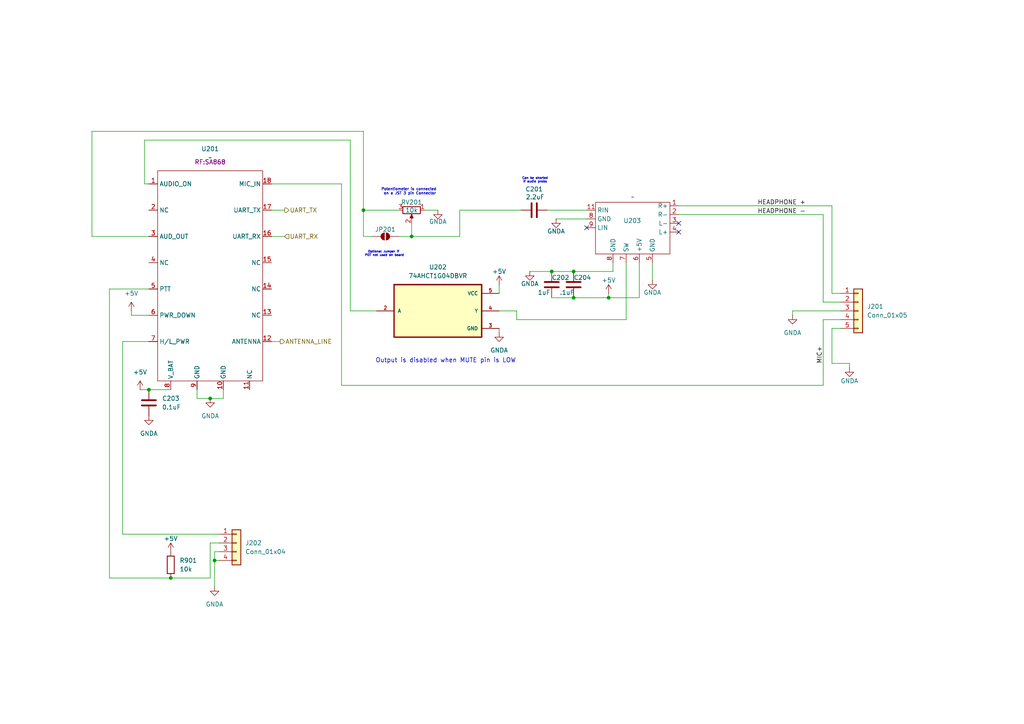
<source format=kicad_sch>
(kicad_sch (version 20231120) (generator "eeschema") (generator_version "8.0")
  (paper "A4")
  (lib_symbols
    (symbol "74xGxx:74AHCT1G04DBVR" (pin_names (offset 1.016))
      (property "Reference" "U202" (at 0 12.7 0))
      (property "Value" "74AHCT1G04DBVR" (at 0 10.16 0))
      (symbol "74AHCT1G04DBVR_0_0"
        (rectangle (start -12.7 7.62) (end 12.7 -7.62) (stroke (width 0.41)) (fill (type background)))
        (pin input line (at -17.78 0 0) (length 5.08) (name "A") (number "2"))
        (pin power_in line (at 17.78 -5.08 180) (length 5.08) (name "GND") (number "3"))
        (pin output line (at 17.78 0 180) (length 5.08) (name "Y") (number "4"))
        (pin power_in line (at 17.78 5.08 180) (length 5.08) (name "VCC") (number "5"))
      )
    )
    (symbol "Amplifier_Audio:PAM8403"
      (property "Reference" "U" (at 0 0 0))
      (symbol "PAM8403_1_1"
        (rectangle (start 0 14.986) (end 21.59 0))
        (pin output line (at -2.54 13.97 0) (length 2.54) (name "R+") (number "1"))
        (pin input line (at 24.13 12.7 180) (length 2.54) (name "RIN") (number "11"))
        (pin output line (at -2.54 11.43 0) (length 2.54) (name "R-") (number "2"))
        (pin output line (at -2.54 8.89 0) (length 2.54) (name "L-") (number "3"))
        (pin output line (at -2.54 6.35 0) (length 2.54) (name "L+") (number "4"))
        (pin power_in line (at 5.08 -2.54 90) (length 2.54) (name "GND") (number "5"))
        (pin power_in line (at 8.89 -2.54 90) (length 2.54) (name "+5V") (number "6"))
        (pin input line (at 12.7 -2.54 90) (length 2.54) (name "SW") (number "7"))
        (pin power_in line (at 16.51 -2.54 90) (length 2.54) (name "GND") (number "8"))
        (pin power_in line (at 24.13 10.16 180) (length 2.54) (name "GND") (number "8"))
        (pin input line (at 24.13 7.62 180) (length 2.54) (name "LIN") (number "9"))
      )
    )
    (symbol "Connector_Generic:Conn_01x04" (pin_names (offset 1.016) hide)
      (property "Reference" "J" (at 0 5.08 0))
      (property "Value" "Conn_01x04" (at 0 -7.62 0))
      (symbol "Conn_01x04_1_1"
        (rectangle (start -1.27 -4.953) (end 0 -5.207) (stroke (width 0.1524)))
        (rectangle (start -1.27 -2.413) (end 0 -2.667) (stroke (width 0.1524)))
        (rectangle (start -1.27 0.127) (end 0 -0.127) (stroke (width 0.1524)))
        (rectangle (start -1.27 2.667) (end 0 2.413) (stroke (width 0.1524)))
        (rectangle (start -1.27 3.81) (end 1.27 -6.35) (stroke (width 0.254)) (fill (type background)))
        (pin passive line (at -5.08 2.54 0) (length 3.81) (name "Pin_1") (number "1"))
        (pin passive line (at -5.08 0 0) (length 3.81) (name "Pin_2") (number "2"))
        (pin passive line (at -5.08 -2.54 0) (length 3.81) (name "Pin_3") (number "3"))
        (pin passive line (at -5.08 -5.08 0) (length 3.81) (name "Pin_4") (number "4"))
      )
    )
    (symbol "Connector_Generic:Conn_01x05" (pin_names (offset 1.016) hide)
      (property "Reference" "J" (at 0 7.62 0))
      (property "Value" "Conn_01x05" (at 0 -7.62 0))
      (symbol "Conn_01x05_1_1"
        (rectangle (start -1.27 -4.953) (end 0 -5.207) (stroke (width 0.1524)))
        (rectangle (start -1.27 -2.413) (end 0 -2.667) (stroke (width 0.1524)))
        (rectangle (start -1.27 0.127) (end 0 -0.127) (stroke (width 0.1524)))
        (rectangle (start -1.27 2.667) (end 0 2.413) (stroke (width 0.1524)))
        (rectangle (start -1.27 5.207) (end 0 4.953) (stroke (width 0.1524)))
        (rectangle (start -1.27 6.35) (end 1.27 -6.35) (stroke (width 0.254)) (fill (type background)))
        (pin passive line (at -5.08 5.08 0) (length 3.81) (name "Pin_1") (number "1"))
        (pin passive line (at -5.08 2.54 0) (length 3.81) (name "Pin_2") (number "2"))
        (pin passive line (at -5.08 0 0) (length 3.81) (name "Pin_3") (number "3"))
        (pin passive line (at -5.08 -2.54 0) (length 3.81) (name "Pin_4") (number "4"))
        (pin passive line (at -5.08 -5.08 0) (length 3.81) (name "Pin_5") (number "5"))
      )
    )
    (symbol "Device:C" (pin_numbers hide) (pin_names (offset 0.254))
      (property "Reference" "C" (at 0.635 2.54 0))
      (property "Value" "C" (at 0.635 -2.54 0))
      (symbol "C_0_1"
        (polyline (pts (xy -2.032 -0.762) (xy 2.032 -0.762)) (stroke (width 0.508)))
        (polyline (pts (xy -2.032 0.762) (xy 2.032 0.762)) (stroke (width 0.508)))
      )
      (symbol "C_1_1"
        (pin passive line (at 0 3.81 270) (length 2.794) (name "~") (number "1"))
        (pin passive line (at 0 -3.81 90) (length 2.794) (name "~") (number "2"))
      )
    )
    (symbol "Device:R" (pin_numbers hide) (pin_names (offset 0))
      (property "Reference" "R" (at 2.032 0 90))
      (property "Value" "R" (at 0 0 90))
      (symbol "R_0_1"
        (rectangle (start -1.016 -2.54) (end 1.016 2.54) (stroke (width 0.254)))
      )
      (symbol "R_1_1"
        (pin passive line (at 0 3.81 270) (length 1.27) (name "~") (number "1"))
        (pin passive line (at 0 -3.81 90) (length 1.27) (name "~") (number "2"))
      )
    )
    (symbol "Device:R_Potentiometer" (pin_names (offset 1.016) hide)
      (property "Reference" "RV" (at -4.445 0 90))
      (property "Value" "R_Potentiometer" (at -2.54 0 90))
      (symbol "R_Potentiometer_0_1"
        (polyline (pts (xy 2.54 0) (xy 1.524 0)))
        (polyline (pts (xy 1.143 0) (xy 2.286 0.508) (xy 2.286 -0.508) (xy 1.143 0)) (fill (type outline)))
        (rectangle (start 1.016 2.54) (end -1.016 -2.54) (stroke (width 0.254)))
      )
      (symbol "R_Potentiometer_1_1"
        (pin passive line (at 0 3.81 270) (length 1.27) (name "1") (number "1"))
        (pin passive line (at 3.81 0 180) (length 1.27) (name "2") (number "2"))
        (pin passive line (at 0 -3.81 90) (length 1.27) (name "3") (number "3"))
      )
    )
    (symbol "Jumper:SolderJumper_2_Open" (pin_numbers hide) (pin_names (offset 0) hide) (exclude_from_sim yes) (in_bom no)
      (property "Reference" "JP" (at 0 2.032 0))
      (property "Value" "SolderJumper_2_Open" (at 0 -2.54 0))
      (symbol "SolderJumper_2_Open_0_1"
        (arc (start -0.254 1.016) (mid -1.2656 0) (end -0.254 -1.016))
        (arc (start -0.254 1.016) (mid -1.2656 0) (end -0.254 -1.016) (fill (type outline)))
        (polyline (pts (xy -0.254 1.016) (xy -0.254 -1.016)))
        (polyline (pts (xy 0.254 1.016) (xy 0.254 -1.016)))
        (arc (start 0.254 -1.016) (mid 1.2656 0) (end 0.254 1.016))
        (arc (start 0.254 -1.016) (mid 1.2656 0) (end 0.254 1.016) (fill (type outline)))
      )
      (symbol "SolderJumper_2_Open_1_1"
        (pin passive line (at -3.81 0 0) (length 2.54) (name "A") (number "1"))
        (pin passive line (at 3.81 0 180) (length 2.54) (name "B") (number "2"))
      )
    )
    (symbol "RF:SA868"
      (property "Reference" "U201" (at 67.31 15.24 90))
      (property "Value" "~" (at 64.77 15.24 90))
      (property "Footprint" "RF:SA868" (at 63.5 15.24 90))
      (symbol "SA868_0_1"
        (rectangle (start 0 30.48) (end 60.96 0))
      )
      (symbol "SA868_1_1"
        (pin output line (at 57.15 33.02 270) (length 2.54) (name "AUDIO_ON") (number "1"))
        (pin power_in line (at -2.54 11.43 0) (length 2.54) (name "GND") (number "10"))
        (pin free line (at -2.54 3.81 0) (length 2.54) (name "NC") (number "11"))
        (pin output line (at 11.43 -2.54 90) (length 2.54) (name "ANTENNA") (number "12"))
        (pin free line (at 19.05 -2.54 90) (length 2.54) (name "NC") (number "13"))
        (pin free line (at 26.67 -2.54 90) (length 2.54) (name "NC") (number "14"))
        (pin free line (at 34.29 -2.54 90) (length 2.54) (name "NC") (number "15"))
        (pin input line (at 41.91 -2.54 90) (length 2.54) (name "UART_RX") (number "16"))
        (pin output line (at 49.53 -2.54 90) (length 2.54) (name "UART_TX") (number "17"))
        (pin input line (at 57.15 -2.54 90) (length 2.54) (name "MIC_IN") (number "18"))
        (pin free line (at 49.53 33.02 270) (length 2.54) (name "NC") (number "2"))
        (pin output line (at 41.91 33.02 270) (length 2.54) (name "AUD_OUT") (number "3"))
        (pin free line (at 34.29 33.02 270) (length 2.54) (name "NC") (number "4"))
        (pin input line (at 26.67 33.02 270) (length 2.54) (name "PTT") (number "5"))
        (pin input line (at 19.05 33.02 270) (length 2.54) (name "PWR_DOWN") (number "6"))
        (pin input line (at 11.43 33.02 270) (length 2.54) (name "H/L_PWR") (number "7"))
        (pin power_in line (at -2.54 26.67 0) (length 2.54) (name "V_BAT") (number "8"))
        (pin power_in line (at -2.54 19.05 0) (length 2.54) (name "GND") (number "9"))
      )
    )
    (symbol "power:+5V" (power) (pin_numbers hide) (pin_names (offset 0) hide)
      (property "Value" "+5V" (at 0 3.556 0))
      (symbol "+5V_0_1"
        (polyline (pts (xy -0.762 1.27) (xy 0 2.54)))
        (polyline (pts (xy 0 0) (xy 0 2.54)))
        (polyline (pts (xy 0 2.54) (xy 0.762 1.27)))
      )
      (symbol "+5V_1_1"
        (pin power_in line (at 0 0 90) (length 0) (name "~") (number "1"))
      )
    )
    (symbol "power:GNDA" (power) (pin_numbers hide) (pin_names (offset 0) hide)
      (property "Value" "GNDA" (at 0 -3.81 0))
      (symbol "GNDA_0_1"
        (polyline (pts (xy 0 0) (xy 0 -1.27) (xy 1.27 -1.27) (xy 0 -2.54) (xy -1.27 -1.27) (xy 0 -1.27)))
      )
      (symbol "GNDA_1_1"
        (pin power_in line (at 0 0 270) (length 0) (name "~") (number "1"))
      )
    )
  )
  (junction (at 166.37 78.74))
  (junction (at 160.02 78.74))
  (junction (at 43.18 113.03))
  (junction (at 60.96 115.57))
  (junction (at 176.53 86.36))
  (junction (at 105.41 60.96))
  (junction (at 62.23 162.56))
  (junction (at 49.53 167.64))
  (junction (at 166.37 86.36))
  (junction (at 119.38 68.58))
  (no_connect (at 196.85 67.31))
  (no_connect (at 170.18 66.04))
  (no_connect (at 196.85 64.77))
  (wire (pts (xy 166.37 78.74) (xy 177.8 78.74)))
  (wire (pts (xy 78.74 60.96) (xy 82.55 60.96)))
  (wire (pts (xy 99.06 53.34) (xy 99.06 111.76)))
  (wire (pts (xy 35.56 154.94) (xy 63.5 154.94)))
  (wire (pts (xy 149.86 92.71) (xy 181.61 92.71)))
  (wire (pts (xy 161.29 63.5) (xy 170.18 63.5)))
  (wire (pts (xy 40.64 113.03) (xy 43.18 113.03)))
  (wire (pts (xy 115.57 68.58) (xy 119.38 68.58)))
  (wire (pts (xy 57.15 115.57) (xy 57.15 113.03)))
  (wire (pts (xy 246.38 105.41) (xy 246.38 106.68)))
  (wire (pts (xy 241.3 59.69) (xy 241.3 85.09)))
  (wire (pts (xy 105.41 38.1) (xy 105.41 60.96)))
  (wire (pts (xy 43.18 68.58) (xy 26.67 68.58)))
  (wire (pts (xy 43.18 83.82) (xy 31.75 83.82)))
  (wire (pts (xy 105.41 60.96) (xy 115.57 60.96)))
  (wire (pts (xy 229.87 90.17) (xy 243.84 90.17)))
  (wire (pts (xy 81.28 99.06) (xy 78.74 99.06)))
  (wire (pts (xy 101.6 90.17) (xy 109.22 90.17)))
  (wire (pts (xy 246.38 105.41) (xy 241.3 105.41)))
  (wire (pts (xy 62.23 170.18) (xy 62.23 162.56)))
  (wire (pts (xy 78.74 53.34) (xy 99.06 53.34)))
  (wire (pts (xy 238.76 92.71) (xy 243.84 92.71)))
  (wire (pts (xy 238.76 92.71) (xy 238.76 111.76)))
  (wire (pts (xy 160.02 86.36) (xy 166.37 86.36)))
  (wire (pts (xy 26.67 68.58) (xy 26.67 38.1)))
  (wire (pts (xy 149.86 90.17) (xy 144.78 90.17)))
  (wire (pts (xy 153.67 78.74) (xy 160.02 78.74)))
  (wire (pts (xy 185.42 86.36) (xy 185.42 76.2)))
  (wire (pts (xy 238.76 87.63) (xy 243.84 87.63)))
  (wire (pts (xy 144.78 85.09) (xy 144.78 82.55)))
  (wire (pts (xy 149.86 92.71) (xy 149.86 90.17)))
  (wire (pts (xy 62.23 162.56) (xy 63.5 162.56)))
  (wire (pts (xy 241.3 95.25) (xy 243.84 95.25)))
  (wire (pts (xy 60.96 157.48) (xy 63.5 157.48)))
  (wire (pts (xy 158.75 60.96) (xy 170.18 60.96)))
  (wire (pts (xy 26.67 38.1) (xy 105.41 38.1)))
  (wire (pts (xy 31.75 83.82) (xy 31.75 167.64)))
  (wire (pts (xy 119.38 68.58) (xy 119.38 64.77)))
  (wire (pts (xy 64.77 115.57) (xy 64.77 113.03)))
  (wire (pts (xy 62.23 160.02) (xy 62.23 162.56)))
  (wire (pts (xy 60.96 157.48) (xy 60.96 167.64)))
  (wire (pts (xy 41.91 40.64) (xy 101.6 40.64)))
  (wire (pts (xy 43.18 113.03) (xy 49.53 113.03)))
  (wire (pts (xy 105.41 60.96) (xy 105.41 68.58)))
  (wire (pts (xy 181.61 92.71) (xy 181.61 76.2)))
  (wire (pts (xy 119.38 68.58) (xy 133.35 68.58)))
  (wire (pts (xy 60.96 115.57) (xy 64.77 115.57)))
  (wire (pts (xy 35.56 99.06) (xy 35.56 154.94)))
  (wire (pts (xy 196.85 62.23) (xy 238.76 62.23)))
  (wire (pts (xy 123.19 60.96) (xy 127 60.96)))
  (wire (pts (xy 176.53 86.36) (xy 185.42 86.36)))
  (wire (pts (xy 133.35 68.58) (xy 133.35 60.96)))
  (wire (pts (xy 105.41 68.58) (xy 107.95 68.58)))
  (wire (pts (xy 229.87 91.44) (xy 229.87 90.17)))
  (wire (pts (xy 78.74 68.58) (xy 82.55 68.58)))
  (wire (pts (xy 160.02 78.74) (xy 166.37 78.74)))
  (wire (pts (xy 99.06 111.76) (xy 238.76 111.76)))
  (wire (pts (xy 43.18 91.44) (xy 38.1 91.44)))
  (wire (pts (xy 241.3 85.09) (xy 243.84 85.09)))
  (wire (pts (xy 60.96 115.57) (xy 57.15 115.57)))
  (wire (pts (xy 144.78 95.25) (xy 144.78 96.52)))
  (wire (pts (xy 49.53 167.64) (xy 60.96 167.64)))
  (wire (pts (xy 196.85 59.69) (xy 241.3 59.69)))
  (wire (pts (xy 43.18 53.34) (xy 41.91 53.34)))
  (wire (pts (xy 31.75 167.64) (xy 49.53 167.64)))
  (wire (pts (xy 176.53 85.09) (xy 176.53 86.36)))
  (wire (pts (xy 241.3 95.25) (xy 241.3 105.41)))
  (wire (pts (xy 133.35 60.96) (xy 151.13 60.96)))
  (wire (pts (xy 41.91 53.34) (xy 41.91 40.64)))
  (wire (pts (xy 35.56 99.06) (xy 43.18 99.06)))
  (wire (pts (xy 177.8 78.74) (xy 177.8 76.2)))
  (wire (pts (xy 189.23 76.2) (xy 189.23 81.28)))
  (wire (pts (xy 238.76 62.23) (xy 238.76 87.63)))
  (wire (pts (xy 38.1 91.44) (xy 38.1 90.17)))
  (wire (pts (xy 101.6 40.64) (xy 101.6 90.17)))
  (wire (pts (xy 63.5 160.02) (xy 62.23 160.02)))
  (wire (pts (xy 166.37 86.36) (xy 176.53 86.36)))
  (text "Can be shorted\nif audio probs" (at 155.194 52.324 0) (effects (font (size 0.635 0.635))))
  (text "Potentiometer is connected \non a JST 3 pin Connector\n" (at 118.872 55.626 0) (effects (font (size 0.762 0.762))))
  (text "Output is disabled when MUTE pin is LOW\n" (at 129.286 104.648 0) (effects (font (size 1.27 1.27))))
  (text "Optional Jumper if \nPOT not used on board" (at 111.506 73.66 0) (effects (font (size 0.635 0.635))))
  (label "HEADPHONE +" (at 219.71 59.69 0))
  (label "MIC+" (at 238.76 100.33 270))
  (label "HEADPHONE -" (at 219.71 62.23 0))
  (hierarchical_label "ANTENNA_LINE" (shape output) (at 81.28 99.06 0))
  (hierarchical_label "UART_TX" (shape output) (at 82.55 60.96 0))
  (hierarchical_label "UART_RX" (shape input) (at 82.55 68.58 0))
  (symbol (lib_id "power:GNDA") (at 229.87 91.44 0) (unit 1)
    (property "Reference" "#PWR0215" (effects (hide yes)))
    (property "Value" "GNDA" (at 229.87 96.52 0))
    (property "Description" "Power symbol creates a global label with name \"GNDA\" , analog ground" (effects (hide yes)))
  )
  (symbol (lib_id "Device:C") (at 154.94 60.96 90) (unit 1)
    (property "Reference" "C201" (at 154.94 54.864 90))
    (property "Value" "2.2uF" (at 155.194 57.15 90))
    (property "Footprint" "Capacitor_SMD:C_0603_1608Metric_Pad1.08x0.95mm_HandSolder" (effects (hide yes)))
    (property "Description" "Unpolarized capacitor" (effects (hide yes)))
  )
  (symbol (lib_id "Connector_Generic:Conn_01x05") (at 248.92 90.17 0) (unit 1)
    (property "Reference" "J201" (at 251.46 88.8999 0) (effects (justify left)))
    (property "Value" "Conn_01x05" (at 251.46 91.4399 0) (effects (justify left)))
    (property "Footprint" "Connector_JST:JST_XH_B5B-XH-A_1x05_P2.50mm_Vertical" (effects (hide yes)))
    (property "Description" "Generic connector, single row, 01x05, script generated (kicad-library-utils/schlib/autogen/connector/)" (effects (hide yes)))
  )
  (symbol (lib_id "power:+5V") (at 144.78 82.55 0) (unit 1)
    (property "Reference" "#PWR0209" (effects (hide yes)))
    (property "Value" "+5V" (at 144.78 78.74 0))
    (property "Description" "Power symbol creates a global label with name \"+5V\"" (effects (hide yes)))
  )
  (symbol (lib_id "power:+5V") (at 40.64 113.03 0) (unit 1)
    (property "Reference" "#PWR0204" (effects (hide yes)))
    (property "Value" "+5V" (at 40.64 107.95 0))
    (property "Description" "Power symbol creates a global label with name \"+5V\"" (effects (hide yes)))
  )
  (symbol (lib_id "power:GNDA") (at 153.67 78.74 0) (unit 1)
    (property "Reference" "#PWR0212" (effects (hide yes)))
    (property "Value" "GNDA" (at 153.67 82.296 0))
    (property "Description" "Power symbol creates a global label with name \"GNDA\" , analog ground" (effects (hide yes)))
  )
  (symbol (lib_id "power:GNDA") (at 43.18 120.65 0) (unit 1)
    (property "Reference" "#PWR0210" (effects (hide yes)))
    (property "Value" "GNDA" (at 43.18 125.73 0))
    (property "Description" "Power symbol creates a global label with name \"GNDA\" , analog ground" (effects (hide yes)))
  )
  (symbol (lib_id "Connector_Generic:Conn_01x04") (at 68.58 157.48 0) (unit 1)
    (property "Reference" "J202" (at 71.12 157.4799 0) (effects (justify left)))
    (property "Value" "Conn_01x04" (at 71.12 160.0199 0) (effects (justify left)))
    (property "Footprint" "Connector_JST:JST_XH_B4B-XH-A_1x04_P2.50mm_Vertical" (effects (hide yes)))
    (property "Description" "Generic connector, single row, 01x04, script generated (kicad-library-utils/schlib/autogen/connector/)" (effects (hide yes)))
  )
  (symbol (lib_id "power:GNDA") (at 60.96 115.57 0) (unit 1)
    (property "Reference" "#PWR0203" (effects (hide yes)))
    (property "Value" "GNDA" (at 60.96 120.65 0))
    (property "Description" "Power symbol creates a global label with name \"GNDA\" , analog ground" (effects (hide yes)))
  )
  (symbol (lib_id "power:GNDA") (at 246.38 106.68 0) (unit 1)
    (property "Reference" "#PWR0216" (effects (hide yes)))
    (property "Value" "GNDA" (at 246.38 110.49 0))
    (property "Description" "Power symbol creates a global label with name \"GNDA\" , analog ground" (effects (hide yes)))
  )
  (symbol (lib_id "power:GNDA") (at 144.78 96.52 0) (unit 1)
    (property "Reference" "#PWR0208" (effects (hide yes)))
    (property "Value" "GNDA" (at 144.78 101.6 0))
    (property "Description" "Power symbol creates a global label with name \"GNDA\" , analog ground" (effects (hide yes)))
  )
  (symbol (lib_id "power:+5V") (at 38.1 90.17 0) (unit 1)
    (property "Reference" "#PWR0201" (effects (hide yes)))
    (property "Value" "+5V" (at 38.1 85.09 0))
    (property "Description" "Power symbol creates a global label with name \"+5V\"" (effects (hide yes)))
  )
  (symbol (lib_id "Amplifier_Audio:PAM8403") (at 194.31 73.66 0) (mirror y) (unit 1)
    (property "Reference" "U203" (at 183.388 64.008 0))
    (property "Value" "~" (at 183.515 57.15 0))
  )
  (symbol (lib_id "power:GNDA") (at 189.23 81.28 0) (unit 1)
    (property "Reference" "#PWR0211" (effects (hide yes)))
    (property "Value" "GNDA" (at 189.23 84.836 0))
    (property "Description" "Power symbol creates a global label with name \"GNDA\" , analog ground" (effects (hide yes)))
  )
  (symbol (lib_id "power:GNDA") (at 62.23 170.18 0) (unit 1)
    (property "Reference" "#PWR0205" (effects (hide yes)))
    (property "Value" "GNDA" (at 62.23 175.26 0))
    (property "Description" "Power symbol creates a global label with name \"GNDA\" , analog ground" (effects (hide yes)))
  )
  (symbol (lib_id "Jumper:SolderJumper_2_Open") (at 111.76 68.58 0) (unit 1) (exclude_from_sim yes) (in_bom no)
    (property "Reference" "JP201" (at 111.76 66.548 0))
    (property "Value" "SolderJumper_2_Open" (effects (hide yes)))
    (property "Footprint" "Resistor_SMD:R_1206_3216Metric_Pad1.30x1.75mm_HandSolder" (effects (hide yes)))
    (property "Description" "Solder Jumper, 2-pole, open" (effects (hide yes)))
  )
  (symbol (lib_id "power:GNDA") (at 127 60.96 0) (unit 1)
    (property "Reference" "#PWR0206" (effects (hide yes)))
    (property "Value" "GNDA" (at 127 64.262 0))
    (property "Description" "Power symbol creates a global label with name \"GNDA\" , analog ground" (effects (hide yes)))
  )
  (symbol (lib_id "Device:C") (at 43.18 116.84 0) (unit 1)
    (property "Reference" "C203" (at 46.99 115.5699 0) (effects (justify left)))
    (property "Value" "0.1uF" (at 46.99 118.1099 0) (effects (justify left)))
    (property "Footprint" "Capacitor_SMD:C_0603_1608Metric_Pad1.08x0.95mm_HandSolder" (effects (hide yes)))
    (property "Description" "Unpolarized capacitor" (effects (hide yes)))
  )
  (symbol (lib_id "RF:SA868") (at 76.2 110.49 90) (unit 1)
    (property "Reference" "U201" (at 60.96 43.18 90))
    (property "Value" "~" (at 60.96 45.72 90))
    (property "Footprint" "RF:SA868" (at 60.96 46.99 90))
  )
  (symbol (lib_id "power:+5V") (at 49.53 160.02 0) (unit 1)
    (property "Reference" "#PWR0202" (effects (hide yes)))
    (property "Value" "+5V" (at 49.53 156.21 0))
    (property "Description" "Power symbol creates a global label with name \"+5V\"" (effects (hide yes)))
  )
  (symbol (lib_id "Device:C") (at 160.02 82.55 0) (unit 1)
    (property "Reference" "C202" (at 160.02 80.518 0) (effects (justify left)))
    (property "Value" "1uF" (at 155.956 84.836 0) (effects (justify left)))
    (property "Footprint" "Capacitor_SMD:C_0603_1608Metric_Pad1.08x0.95mm_HandSolder" (effects (hide yes)))
    (property "Description" "Unpolarized capacitor" (effects (hide yes)))
  )
  (symbol (lib_id "Device:C") (at 166.37 82.55 0) (unit 1)
    (property "Reference" "C204" (at 166.37 80.518 0) (effects (justify left)))
    (property "Value" ".1uF" (at 162.306 84.836 0) (effects (justify left)))
    (property "Footprint" "Capacitor_SMD:C_0603_1608Metric_Pad1.08x0.95mm_HandSolder" (effects (hide yes)))
    (property "Description" "Unpolarized capacitor" (effects (hide yes)))
  )
  (symbol (lib_id "74xGxx:74AHCT1G04DBVR") (at 127 90.17 0) (unit 1)
    (property "Reference" "U202" (at 127 77.47 0))
    (property "Value" "74AHCT1G04DBVR" (at 127 80.01 0))
    (property "Footprint" "Package_TO_SOT_SMD:SOT-23-5" (effects (hide yes)))
    (property "Description" "Single Inverter Gate" (effects (hide yes)))
    (property "MF" "Texas Instruments" (effects (hide yes)))
    (property "MP" "SN74AHCT1G04DBVR" (effects (hide yes)))
  )
  (symbol (lib_id "Device:R_Potentiometer") (at 119.38 60.96 270) (unit 1)
    (property "Reference" "RV201" (at 119.38 58.674 90))
    (property "Value" "10k" (at 119.38 60.96 90))
    (property "Footprint" "Connector_JST:JST_XH_B3B-XH-A_1x03_P2.50mm_Vertical" (effects (hide yes)))
    (property "Description" "Log Potentiometer" (effects (hide yes)))
  )
  (symbol (lib_id "power:+5V") (at 176.53 85.09 0) (unit 1)
    (property "Reference" "#PWR0207" (effects (hide yes)))
    (property "Value" "+5V" (at 176.53 81.28 0))
    (property "Description" "Power symbol creates a global label with name \"+5V\"" (effects (hide yes)))
  )
  (symbol (lib_id "Device:R") (at 49.53 163.83 0) (unit 1)
    (property "Reference" "R901" (at 52.07 162.5599 0) (effects (justify left)))
    (property "Value" "10k" (at 52.07 165.0999 0) (effects (justify left)))
    (property "Footprint" "Resistor_SMD:R_1206_3216Metric_Pad1.30x1.75mm_HandSolder" (effects (hide yes)))
    (property "Description" "Resistor" (effects (hide yes)))
  )
  (symbol (lib_id "power:GNDA") (at 161.29 63.5 0) (unit 1)
    (property "Reference" "#PWR0217" (effects (hide yes)))
    (property "Value" "GNDA" (at 161.29 67.056 0))
    (property "Description" "Power symbol creates a global label with name \"GNDA\" , analog ground" (effects (hide yes)))
  )
)
</source>
